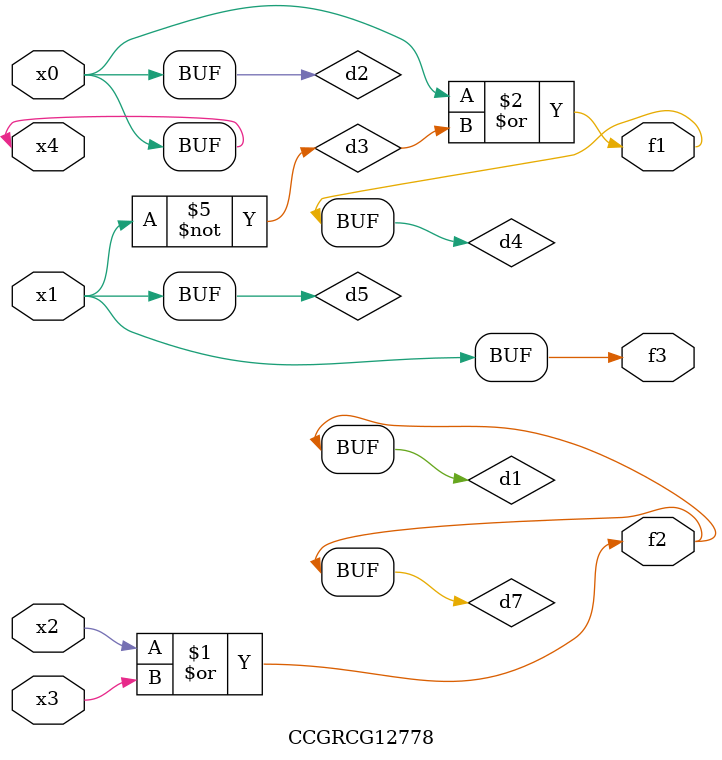
<source format=v>
module CCGRCG12778(
	input x0, x1, x2, x3, x4,
	output f1, f2, f3
);

	wire d1, d2, d3, d4, d5, d6, d7;

	or (d1, x2, x3);
	buf (d2, x0, x4);
	not (d3, x1);
	or (d4, d2, d3);
	not (d5, d3);
	nand (d6, d1, d3);
	or (d7, d1);
	assign f1 = d4;
	assign f2 = d7;
	assign f3 = d5;
endmodule

</source>
